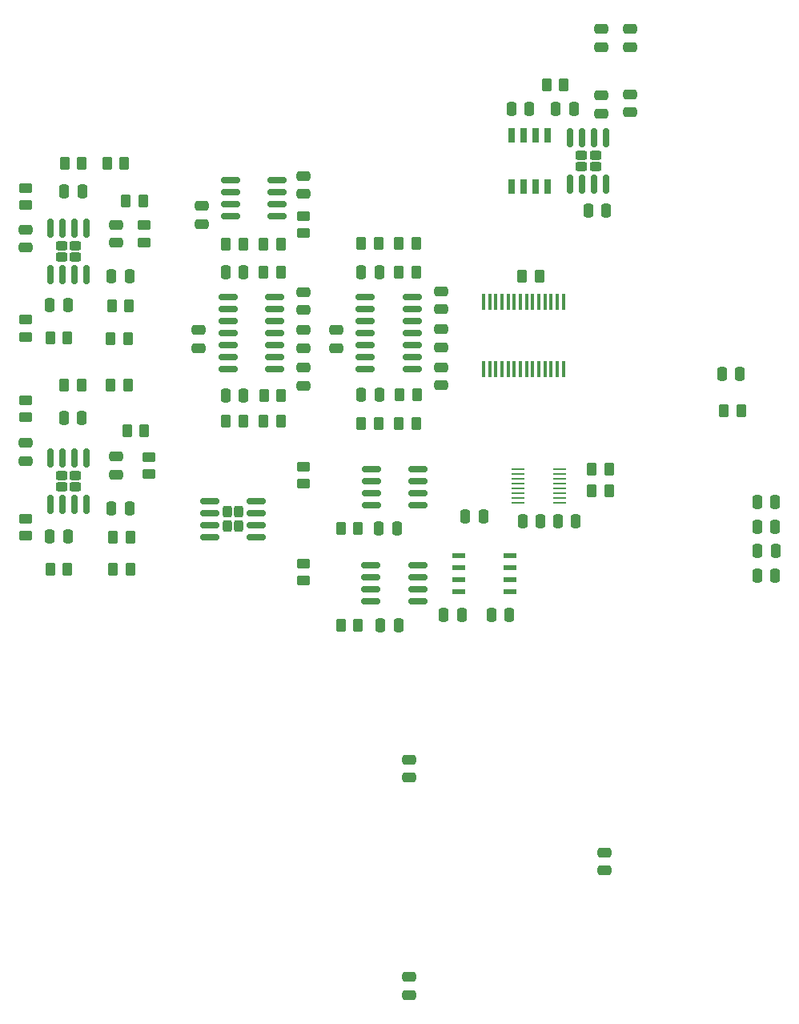
<source format=gtp>
G04 #@! TF.GenerationSoftware,KiCad,Pcbnew,9.0.0*
G04 #@! TF.CreationDate,2025-04-29T18:09:41-05:00*
G04 #@! TF.ProjectId,Mainboard,4d61696e-626f-4617-9264-2e6b69636164,rev?*
G04 #@! TF.SameCoordinates,Original*
G04 #@! TF.FileFunction,Paste,Top*
G04 #@! TF.FilePolarity,Positive*
%FSLAX46Y46*%
G04 Gerber Fmt 4.6, Leading zero omitted, Abs format (unit mm)*
G04 Created by KiCad (PCBNEW 9.0.0) date 2025-04-29 18:09:41*
%MOMM*%
%LPD*%
G01*
G04 APERTURE LIST*
G04 Aperture macros list*
%AMRoundRect*
0 Rectangle with rounded corners*
0 $1 Rounding radius*
0 $2 $3 $4 $5 $6 $7 $8 $9 X,Y pos of 4 corners*
0 Add a 4 corners polygon primitive as box body*
4,1,4,$2,$3,$4,$5,$6,$7,$8,$9,$2,$3,0*
0 Add four circle primitives for the rounded corners*
1,1,$1+$1,$2,$3*
1,1,$1+$1,$4,$5*
1,1,$1+$1,$6,$7*
1,1,$1+$1,$8,$9*
0 Add four rect primitives between the rounded corners*
20,1,$1+$1,$2,$3,$4,$5,0*
20,1,$1+$1,$4,$5,$6,$7,0*
20,1,$1+$1,$6,$7,$8,$9,0*
20,1,$1+$1,$8,$9,$2,$3,0*%
G04 Aperture macros list end*
%ADD10RoundRect,0.250000X0.475000X-0.250000X0.475000X0.250000X-0.475000X0.250000X-0.475000X-0.250000X0*%
%ADD11RoundRect,0.250000X-0.250000X-0.475000X0.250000X-0.475000X0.250000X0.475000X-0.250000X0.475000X0*%
%ADD12RoundRect,0.150000X0.150000X-0.825000X0.150000X0.825000X-0.150000X0.825000X-0.150000X-0.825000X0*%
%ADD13RoundRect,0.240000X0.385000X-0.240000X0.385000X0.240000X-0.385000X0.240000X-0.385000X-0.240000X0*%
%ADD14RoundRect,0.250000X0.262500X0.450000X-0.262500X0.450000X-0.262500X-0.450000X0.262500X-0.450000X0*%
%ADD15RoundRect,0.150000X-0.825000X-0.150000X0.825000X-0.150000X0.825000X0.150000X-0.825000X0.150000X0*%
%ADD16RoundRect,0.250000X0.450000X-0.262500X0.450000X0.262500X-0.450000X0.262500X-0.450000X-0.262500X0*%
%ADD17RoundRect,0.250000X-0.262500X-0.450000X0.262500X-0.450000X0.262500X0.450000X-0.262500X0.450000X0*%
%ADD18RoundRect,0.250000X0.250000X0.475000X-0.250000X0.475000X-0.250000X-0.475000X0.250000X-0.475000X0*%
%ADD19RoundRect,0.250000X-0.475000X0.250000X-0.475000X-0.250000X0.475000X-0.250000X0.475000X0.250000X0*%
%ADD20RoundRect,0.150000X-0.150000X0.825000X-0.150000X-0.825000X0.150000X-0.825000X0.150000X0.825000X0*%
%ADD21RoundRect,0.240000X-0.385000X0.240000X-0.385000X-0.240000X0.385000X-0.240000X0.385000X0.240000X0*%
%ADD22RoundRect,0.150000X0.825000X0.150000X-0.825000X0.150000X-0.825000X-0.150000X0.825000X-0.150000X0*%
%ADD23RoundRect,0.250000X-0.450000X0.262500X-0.450000X-0.262500X0.450000X-0.262500X0.450000X0.262500X0*%
%ADD24R,0.650000X1.528000*%
%ADD25R,1.460500X0.533400*%
%ADD26R,0.450000X1.800000*%
%ADD27R,1.333500X0.279400*%
%ADD28RoundRect,0.240000X-0.240000X-0.385000X0.240000X-0.385000X0.240000X0.385000X-0.240000X0.385000X0*%
G04 APERTURE END LIST*
D10*
G04 #@! TO.C,C38*
X196335000Y-128642000D03*
X196335000Y-130542000D03*
G04 #@! TD*
D11*
G04 #@! TO.C,C45*
X191155000Y-50025000D03*
X193055000Y-50025000D03*
G04 #@! TD*
D12*
G04 #@! TO.C,U3*
X137722000Y-86925000D03*
X138992000Y-86925000D03*
X140262000Y-86925000D03*
X141532000Y-86925000D03*
X141532000Y-91875000D03*
X140262000Y-91875000D03*
X138992000Y-91875000D03*
X137722000Y-91875000D03*
D13*
X140377000Y-88830000D03*
X138877000Y-88830000D03*
X140377000Y-89970000D03*
X138877000Y-89970000D03*
G04 #@! TD*
D14*
G04 #@! TO.C,R51*
X156292500Y-83061000D03*
X158117500Y-83061000D03*
G04 #@! TD*
D15*
G04 #@! TO.C,U12*
X176570000Y-98250000D03*
X176570000Y-99520000D03*
X176570000Y-100790000D03*
X176570000Y-102060000D03*
X171620000Y-102060000D03*
X171620000Y-100790000D03*
X171620000Y-99520000D03*
X171620000Y-98250000D03*
G04 #@! TD*
D16*
G04 #@! TO.C,R34*
X147627000Y-62337500D03*
X147627000Y-64162500D03*
G04 #@! TD*
D11*
G04 #@! TO.C,C36*
X183500100Y-93155000D03*
X181600100Y-93155000D03*
G04 #@! TD*
D14*
G04 #@! TO.C,R54*
X174587500Y-83281000D03*
X176412500Y-83281000D03*
G04 #@! TD*
G04 #@! TO.C,R25*
X139164500Y-79250000D03*
X140989500Y-79250000D03*
G04 #@! TD*
G04 #@! TO.C,R33*
X145714500Y-59750000D03*
X147539500Y-59750000D03*
G04 #@! TD*
D17*
G04 #@! TO.C,R39*
X189412500Y-67750000D03*
X187587500Y-67750000D03*
G04 #@! TD*
D11*
G04 #@! TO.C,C39*
X210657500Y-78062500D03*
X208757500Y-78062500D03*
G04 #@! TD*
D18*
G04 #@! TO.C,C15*
X139177000Y-58750000D03*
X141077000Y-58750000D03*
G04 #@! TD*
D19*
G04 #@! TO.C,C42*
X153412500Y-75311000D03*
X153412500Y-73411000D03*
G04 #@! TD*
D18*
G04 #@! TO.C,C14*
X137677000Y-70750000D03*
X139577000Y-70750000D03*
G04 #@! TD*
D10*
G04 #@! TO.C,C23*
X164455000Y-69411000D03*
X164455000Y-71311000D03*
G04 #@! TD*
D17*
G04 #@! TO.C,R30*
X210762500Y-81912500D03*
X208937500Y-81912500D03*
G04 #@! TD*
D19*
G04 #@! TO.C,C123*
X199000000Y-50400000D03*
X199000000Y-48500000D03*
G04 #@! TD*
D14*
G04 #@! TO.C,R60*
X194966400Y-88153700D03*
X196791400Y-88153700D03*
G04 #@! TD*
D15*
G04 #@! TO.C,U6*
X175950000Y-69931000D03*
X175950000Y-71201000D03*
X175950000Y-72471000D03*
X175950000Y-73741000D03*
X175950000Y-75011000D03*
X175950000Y-76281000D03*
X175950000Y-77551000D03*
X171000000Y-77551000D03*
X171000000Y-76281000D03*
X171000000Y-75011000D03*
X171000000Y-73741000D03*
X171000000Y-72471000D03*
X171000000Y-71201000D03*
X171000000Y-69931000D03*
G04 #@! TD*
D20*
G04 #@! TO.C,U2*
X196510000Y-58000000D03*
X195240000Y-58000000D03*
X193970000Y-58000000D03*
X192700000Y-58000000D03*
X192700000Y-53050000D03*
X193970000Y-53050000D03*
X195240000Y-53050000D03*
X196510000Y-53050000D03*
D21*
X193855000Y-56095000D03*
X195355000Y-56095000D03*
X193855000Y-54955000D03*
X195355000Y-54955000D03*
G04 #@! TD*
D16*
G04 #@! TO.C,R58*
X164500000Y-61337500D03*
X164500000Y-63162500D03*
G04 #@! TD*
D11*
G04 #@! TO.C,C134*
X214350000Y-99400000D03*
X212450000Y-99400000D03*
G04 #@! TD*
D18*
G04 #@! TO.C,C44*
X194605000Y-60775000D03*
X196505000Y-60775000D03*
G04 #@! TD*
D17*
G04 #@! TO.C,R61*
X170257500Y-94405000D03*
X168432500Y-94405000D03*
G04 #@! TD*
D22*
G04 #@! TO.C,U7*
X156775000Y-61405000D03*
X156775000Y-60135000D03*
X156775000Y-58865000D03*
X156775000Y-57595000D03*
X161725000Y-57595000D03*
X161725000Y-58865000D03*
X161725000Y-60135000D03*
X161725000Y-61405000D03*
G04 #@! TD*
D16*
G04 #@! TO.C,R27*
X148127000Y-86837500D03*
X148127000Y-88662500D03*
G04 #@! TD*
D23*
G04 #@! TO.C,R59*
X164500000Y-89662500D03*
X164500000Y-87837500D03*
G04 #@! TD*
D19*
G04 #@! TO.C,C22*
X179000000Y-79281000D03*
X179000000Y-77381000D03*
G04 #@! TD*
D10*
G04 #@! TO.C,C13*
X144627000Y-62300000D03*
X144627000Y-64200000D03*
G04 #@! TD*
D14*
G04 #@! TO.C,R36*
X139214500Y-55750000D03*
X141039500Y-55750000D03*
G04 #@! TD*
G04 #@! TO.C,R35*
X137714500Y-74250000D03*
X139539500Y-74250000D03*
G04 #@! TD*
G04 #@! TO.C,R26*
X145837500Y-84067000D03*
X147662500Y-84067000D03*
G04 #@! TD*
D18*
G04 #@! TO.C,C34*
X187645000Y-93655000D03*
X189545000Y-93655000D03*
G04 #@! TD*
D14*
G04 #@! TO.C,R22*
X144337500Y-95317000D03*
X146162500Y-95317000D03*
G04 #@! TD*
D10*
G04 #@! TO.C,C41*
X179000000Y-73331000D03*
X179000000Y-75231000D03*
G04 #@! TD*
G04 #@! TO.C,C12*
X144627000Y-86800000D03*
X144627000Y-88700000D03*
G04 #@! TD*
D18*
G04 #@! TO.C,C18*
X144177000Y-67750000D03*
X146077000Y-67750000D03*
G04 #@! TD*
D19*
G04 #@! TO.C,C17*
X135127000Y-64700000D03*
X135127000Y-62800000D03*
G04 #@! TD*
D17*
G04 #@! TO.C,R63*
X170257500Y-104655000D03*
X168432500Y-104655000D03*
G04 #@! TD*
D16*
G04 #@! TO.C,R37*
X135127000Y-72337500D03*
X135127000Y-74162500D03*
G04 #@! TD*
D19*
G04 #@! TO.C,C46*
X164500000Y-59000000D03*
X164500000Y-57100000D03*
G04 #@! TD*
D15*
G04 #@! TO.C,U11*
X176595000Y-88115000D03*
X176595000Y-89385000D03*
X176595000Y-90655000D03*
X176595000Y-91925000D03*
X171645000Y-91925000D03*
X171645000Y-90655000D03*
X171645000Y-89385000D03*
X171645000Y-88115000D03*
G04 #@! TD*
D14*
G04 #@! TO.C,R29*
X144087500Y-74317000D03*
X145912500Y-74317000D03*
G04 #@! TD*
D18*
G04 #@! TO.C,C10*
X137677000Y-95250000D03*
X139577000Y-95250000D03*
G04 #@! TD*
D14*
G04 #@! TO.C,R52*
X174587500Y-67281000D03*
X176412500Y-67281000D03*
G04 #@! TD*
D10*
G04 #@! TO.C,C43*
X164455000Y-73411000D03*
X164455000Y-75311000D03*
G04 #@! TD*
D15*
G04 #@! TO.C,U5*
X161430000Y-69961000D03*
X161430000Y-71231000D03*
X161430000Y-72501000D03*
X161430000Y-73771000D03*
X161430000Y-75041000D03*
X161430000Y-76311000D03*
X161430000Y-77581000D03*
X156480000Y-77581000D03*
X156480000Y-76311000D03*
X156480000Y-75041000D03*
X156480000Y-73771000D03*
X156480000Y-72501000D03*
X156480000Y-71231000D03*
X156480000Y-69961000D03*
G04 #@! TD*
D18*
G04 #@! TO.C,C25*
X170600000Y-67281000D03*
X172500000Y-67281000D03*
G04 #@! TD*
D24*
G04 #@! TO.C,IC1*
X186450000Y-52814000D03*
X187720000Y-52814000D03*
X188990000Y-52814000D03*
X190260000Y-52814000D03*
X190260000Y-58236000D03*
X188990000Y-58236000D03*
X187720000Y-58236000D03*
X186450000Y-58236000D03*
G04 #@! TD*
D19*
G04 #@! TO.C,C16*
X164455000Y-79311000D03*
X164455000Y-77411000D03*
G04 #@! TD*
D16*
G04 #@! TO.C,R24*
X135127000Y-80837500D03*
X135127000Y-82662500D03*
G04 #@! TD*
D10*
G04 #@! TO.C,C20*
X135127000Y-85350000D03*
X135127000Y-87250000D03*
G04 #@! TD*
D18*
G04 #@! TO.C,C131*
X212450000Y-94200000D03*
X214350000Y-94200000D03*
G04 #@! TD*
D10*
G04 #@! TO.C,C28*
X175627000Y-118824000D03*
X175627000Y-120724000D03*
G04 #@! TD*
D23*
G04 #@! TO.C,R38*
X135127000Y-60229500D03*
X135127000Y-58404500D03*
G04 #@! TD*
D14*
G04 #@! TO.C,R56*
X160267500Y-67331000D03*
X162092500Y-67331000D03*
G04 #@! TD*
G04 #@! TO.C,R53*
X170587500Y-64281000D03*
X172412500Y-64281000D03*
G04 #@! TD*
D10*
G04 #@! TO.C,C122*
X199000000Y-41600000D03*
X199000000Y-43500000D03*
G04 #@! TD*
D14*
G04 #@! TO.C,R31*
X144214500Y-70817000D03*
X146039500Y-70817000D03*
G04 #@! TD*
D25*
G04 #@! TO.C,U9*
X186319150Y-97250000D03*
X186319150Y-98520000D03*
X186319150Y-99790000D03*
X186319150Y-101060000D03*
X180870850Y-101060000D03*
X180870850Y-99790000D03*
X180870850Y-98520000D03*
X180870850Y-97250000D03*
G04 #@! TD*
D11*
G04 #@! TO.C,C130*
X214400000Y-96800000D03*
X212500000Y-96800000D03*
G04 #@! TD*
G04 #@! TO.C,C29*
X174345000Y-94405000D03*
X172445000Y-94405000D03*
G04 #@! TD*
D18*
G04 #@! TO.C,C26*
X170600000Y-80281000D03*
X172500000Y-80281000D03*
G04 #@! TD*
D14*
G04 #@! TO.C,R32*
X143714500Y-55750000D03*
X145539500Y-55750000D03*
G04 #@! TD*
G04 #@! TO.C,R41*
X174675000Y-80281000D03*
X176500000Y-80281000D03*
G04 #@! TD*
D16*
G04 #@! TO.C,R21*
X135127000Y-93337500D03*
X135127000Y-95162500D03*
G04 #@! TD*
D26*
G04 #@! TO.C,IC4*
X191975000Y-77541000D03*
X191325000Y-77541000D03*
X190675000Y-77541000D03*
X190025000Y-77541000D03*
X189375000Y-77541000D03*
X188725000Y-77541000D03*
X188075000Y-77541000D03*
X187425000Y-77541000D03*
X186775000Y-77541000D03*
X186125000Y-77541000D03*
X185475000Y-77541000D03*
X184825000Y-77541000D03*
X184175000Y-77541000D03*
X183525000Y-77541000D03*
X183525000Y-70441000D03*
X184175000Y-70441000D03*
X184825000Y-70441000D03*
X185475000Y-70441000D03*
X186125000Y-70441000D03*
X186775000Y-70441000D03*
X187425000Y-70441000D03*
X188075000Y-70441000D03*
X188725000Y-70441000D03*
X189375000Y-70441000D03*
X190025000Y-70441000D03*
X190675000Y-70441000D03*
X191325000Y-70441000D03*
X191975000Y-70441000D03*
G04 #@! TD*
D18*
G04 #@! TO.C,C24*
X156255000Y-80311000D03*
X158155000Y-80311000D03*
G04 #@! TD*
G04 #@! TO.C,C33*
X191395000Y-93655000D03*
X193295000Y-93655000D03*
G04 #@! TD*
G04 #@! TO.C,C132*
X212450000Y-91600000D03*
X214350000Y-91600000D03*
G04 #@! TD*
D27*
G04 #@! TO.C,U8*
X191595050Y-88152370D03*
X191595050Y-88652750D03*
X191595050Y-89153130D03*
X191595050Y-89653510D03*
X191595050Y-90153890D03*
X191595050Y-90654270D03*
X191595050Y-91154650D03*
X191595050Y-91655030D03*
X187162750Y-91655030D03*
X187162750Y-91154650D03*
X187162750Y-90654270D03*
X187162750Y-90153890D03*
X187162750Y-89653510D03*
X187162750Y-89153130D03*
X187162750Y-88652750D03*
X187162750Y-88152370D03*
G04 #@! TD*
D18*
G04 #@! TO.C,C11*
X139127000Y-82750000D03*
X141027000Y-82750000D03*
G04 #@! TD*
D12*
G04 #@! TO.C,U4*
X137722000Y-62625000D03*
X138992000Y-62625000D03*
X140262000Y-62625000D03*
X141532000Y-62625000D03*
X141532000Y-67575000D03*
X140262000Y-67575000D03*
X138992000Y-67575000D03*
X137722000Y-67575000D03*
D13*
X140377000Y-64530000D03*
X138877000Y-64530000D03*
X140377000Y-65670000D03*
X138877000Y-65670000D03*
G04 #@! TD*
D14*
G04 #@! TO.C,R57*
X156292500Y-64361000D03*
X158117500Y-64361000D03*
G04 #@! TD*
D19*
G04 #@! TO.C,C125*
X196000000Y-50500000D03*
X196000000Y-48600000D03*
G04 #@! TD*
D14*
G04 #@! TO.C,R55*
X170587500Y-83281000D03*
X172412500Y-83281000D03*
G04 #@! TD*
G04 #@! TO.C,R20*
X137714500Y-98750000D03*
X139539500Y-98750000D03*
G04 #@! TD*
D10*
G04 #@! TO.C,C124*
X196000000Y-41600000D03*
X196000000Y-43500000D03*
G04 #@! TD*
G04 #@! TO.C,C37*
X175627000Y-141824000D03*
X175627000Y-143724000D03*
G04 #@! TD*
D14*
G04 #@! TO.C,R28*
X144087500Y-79250000D03*
X145912500Y-79250000D03*
G04 #@! TD*
G04 #@! TO.C,R23*
X144337500Y-98741000D03*
X146162500Y-98741000D03*
G04 #@! TD*
D23*
G04 #@! TO.C,R62*
X164500000Y-99912500D03*
X164500000Y-98087500D03*
G04 #@! TD*
D18*
G04 #@! TO.C,C19*
X144177000Y-92250000D03*
X146077000Y-92250000D03*
G04 #@! TD*
D19*
G04 #@! TO.C,C40*
X167912500Y-75311000D03*
X167912500Y-73411000D03*
G04 #@! TD*
D14*
G04 #@! TO.C,R64*
X194966400Y-90403700D03*
X196791400Y-90403700D03*
G04 #@! TD*
G04 #@! TO.C,R42*
X174587500Y-64281000D03*
X176412500Y-64281000D03*
G04 #@! TD*
D10*
G04 #@! TO.C,C21*
X179000000Y-69331000D03*
X179000000Y-71231000D03*
G04 #@! TD*
D11*
G04 #@! TO.C,C8*
X188355000Y-50025000D03*
X186455000Y-50025000D03*
G04 #@! TD*
D14*
G04 #@! TO.C,R40*
X160267500Y-64361000D03*
X162092500Y-64361000D03*
G04 #@! TD*
G04 #@! TO.C,R43*
X160292500Y-80311000D03*
X162117500Y-80311000D03*
G04 #@! TD*
G04 #@! TO.C,R50*
X160267500Y-83061000D03*
X162092500Y-83061000D03*
G04 #@! TD*
D10*
G04 #@! TO.C,C47*
X153750000Y-60300000D03*
X153750000Y-62200000D03*
G04 #@! TD*
D11*
G04 #@! TO.C,C30*
X181200000Y-103500000D03*
X179300000Y-103500000D03*
G04 #@! TD*
D17*
G04 #@! TO.C,R19*
X192017500Y-47525000D03*
X190192500Y-47525000D03*
G04 #@! TD*
D11*
G04 #@! TO.C,C32*
X186250000Y-103500000D03*
X184350000Y-103500000D03*
G04 #@! TD*
G04 #@! TO.C,C31*
X174545000Y-104655000D03*
X172645000Y-104655000D03*
G04 #@! TD*
D15*
G04 #@! TO.C,U10*
X159500000Y-91480000D03*
X159500000Y-92750000D03*
X159500000Y-94020000D03*
X159500000Y-95290000D03*
X154550000Y-95290000D03*
X154550000Y-94020000D03*
X154550000Y-92750000D03*
X154550000Y-91480000D03*
D28*
X157595000Y-94135000D03*
X157595000Y-92635000D03*
X156455000Y-94135000D03*
X156455000Y-92635000D03*
G04 #@! TD*
D18*
G04 #@! TO.C,C27*
X156255000Y-67311000D03*
X158155000Y-67311000D03*
G04 #@! TD*
M02*

</source>
